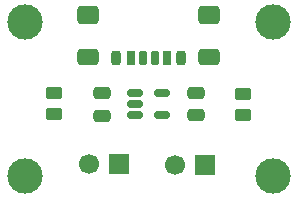
<source format=gbr>
%TF.GenerationSoftware,KiCad,Pcbnew,9.0.4*%
%TF.CreationDate,2025-10-29T17:36:43+05:30*%
%TF.ProjectId,usb_to_3.3v,7573625f-746f-45f3-932e-33762e6b6963,rev?*%
%TF.SameCoordinates,Original*%
%TF.FileFunction,Soldermask,Top*%
%TF.FilePolarity,Negative*%
%FSLAX46Y46*%
G04 Gerber Fmt 4.6, Leading zero omitted, Abs format (unit mm)*
G04 Created by KiCad (PCBNEW 9.0.4) date 2025-10-29 17:36:43*
%MOMM*%
%LPD*%
G01*
G04 APERTURE LIST*
G04 Aperture macros list*
%AMRoundRect*
0 Rectangle with rounded corners*
0 $1 Rounding radius*
0 $2 $3 $4 $5 $6 $7 $8 $9 X,Y pos of 4 corners*
0 Add a 4 corners polygon primitive as box body*
4,1,4,$2,$3,$4,$5,$6,$7,$8,$9,$2,$3,0*
0 Add four circle primitives for the rounded corners*
1,1,$1+$1,$2,$3*
1,1,$1+$1,$4,$5*
1,1,$1+$1,$6,$7*
1,1,$1+$1,$8,$9*
0 Add four rect primitives between the rounded corners*
20,1,$1+$1,$2,$3,$4,$5,0*
20,1,$1+$1,$4,$5,$6,$7,0*
20,1,$1+$1,$6,$7,$8,$9,0*
20,1,$1+$1,$8,$9,$2,$3,0*%
G04 Aperture macros list end*
%ADD10R,1.700000X1.700000*%
%ADD11C,1.700000*%
%ADD12C,3.000000*%
%ADD13RoundRect,0.150000X-0.512500X-0.150000X0.512500X-0.150000X0.512500X0.150000X-0.512500X0.150000X0*%
%ADD14RoundRect,0.250000X0.450000X-0.262500X0.450000X0.262500X-0.450000X0.262500X-0.450000X-0.262500X0*%
%ADD15RoundRect,0.250000X-0.450000X0.262500X-0.450000X-0.262500X0.450000X-0.262500X0.450000X0.262500X0*%
%ADD16RoundRect,0.175000X0.175000X0.425000X-0.175000X0.425000X-0.175000X-0.425000X0.175000X-0.425000X0*%
%ADD17RoundRect,0.190000X-0.190000X-0.410000X0.190000X-0.410000X0.190000X0.410000X-0.190000X0.410000X0*%
%ADD18RoundRect,0.200000X-0.200000X-0.400000X0.200000X-0.400000X0.200000X0.400000X-0.200000X0.400000X0*%
%ADD19RoundRect,0.175000X-0.175000X-0.425000X0.175000X-0.425000X0.175000X0.425000X-0.175000X0.425000X0*%
%ADD20RoundRect,0.190000X0.190000X0.410000X-0.190000X0.410000X-0.190000X-0.410000X0.190000X-0.410000X0*%
%ADD21RoundRect,0.200000X0.200000X0.400000X-0.200000X0.400000X-0.200000X-0.400000X0.200000X-0.400000X0*%
%ADD22RoundRect,0.250000X0.650000X0.425000X-0.650000X0.425000X-0.650000X-0.425000X0.650000X-0.425000X0*%
%ADD23RoundRect,0.250000X0.650000X0.500000X-0.650000X0.500000X-0.650000X-0.500000X0.650000X-0.500000X0*%
%ADD24RoundRect,0.250000X-0.475000X0.250000X-0.475000X-0.250000X0.475000X-0.250000X0.475000X0.250000X0*%
%ADD25RoundRect,0.250000X0.475000X-0.250000X0.475000X0.250000X-0.475000X0.250000X-0.475000X-0.250000X0*%
G04 APERTURE END LIST*
D10*
%TO.C,J4*%
X153775000Y-91115000D03*
D11*
X151235000Y-91115000D03*
%TD*%
D10*
%TO.C,J3*%
X146500000Y-91000000D03*
D11*
X143960000Y-91000000D03*
%TD*%
D12*
%TO.C,REF\u002A\u002A*%
X138500000Y-92000000D03*
%TD*%
%TO.C,REF\u002A\u002A*%
X159500000Y-92000000D03*
%TD*%
%TO.C,REF\u002A\u002A*%
X138500000Y-79000000D03*
%TD*%
%TO.C,REF\u002A\u002A*%
X159500000Y-79000000D03*
%TD*%
D13*
%TO.C,U1*%
X147862500Y-85000000D03*
X147862500Y-85950000D03*
X147862500Y-86900000D03*
X150137500Y-86900000D03*
X150137500Y-85000000D03*
%TD*%
D14*
%TO.C,R2*%
X141000000Y-86825000D03*
X141000000Y-85000000D03*
%TD*%
D15*
%TO.C,R1*%
X157000000Y-85087500D03*
X157000000Y-86912500D03*
%TD*%
D16*
%TO.C,J1*%
X149500000Y-82032500D03*
D17*
X147480000Y-82032500D03*
D18*
X146250000Y-82032500D03*
D19*
X148500000Y-82032500D03*
D20*
X150520000Y-82032500D03*
D21*
X151750000Y-82032500D03*
D22*
X154125000Y-81977500D03*
D23*
X154125000Y-78397500D03*
D22*
X143875000Y-81977500D03*
D23*
X143875000Y-78397500D03*
%TD*%
D24*
%TO.C,C2*%
X153000000Y-85000000D03*
X153000000Y-86900000D03*
%TD*%
D25*
%TO.C,C1*%
X145000000Y-86950000D03*
X145000000Y-85050000D03*
%TD*%
M02*

</source>
